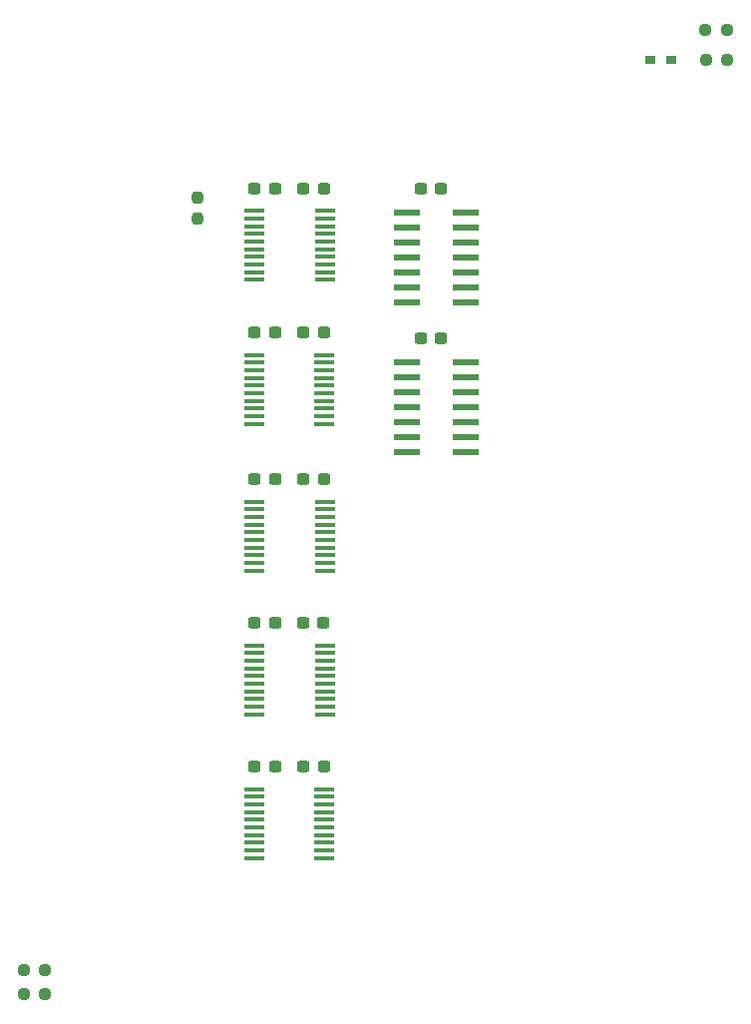
<source format=gbr>
G04 #@! TF.GenerationSoftware,KiCad,Pcbnew,8.0.4+dfsg-1*
G04 #@! TF.CreationDate,2025-03-06T11:30:57+09:00*
G04 #@! TF.ProjectId,bionic-base,62696f6e-6963-42d6-9261-73652e6b6963,14*
G04 #@! TF.SameCoordinates,Original*
G04 #@! TF.FileFunction,Paste,Top*
G04 #@! TF.FilePolarity,Positive*
%FSLAX46Y46*%
G04 Gerber Fmt 4.6, Leading zero omitted, Abs format (unit mm)*
G04 Created by KiCad (PCBNEW 8.0.4+dfsg-1) date 2025-03-06 11:30:57*
%MOMM*%
%LPD*%
G01*
G04 APERTURE LIST*
G04 Aperture macros list*
%AMRoundRect*
0 Rectangle with rounded corners*
0 $1 Rounding radius*
0 $2 $3 $4 $5 $6 $7 $8 $9 X,Y pos of 4 corners*
0 Add a 4 corners polygon primitive as box body*
4,1,4,$2,$3,$4,$5,$6,$7,$8,$9,$2,$3,0*
0 Add four circle primitives for the rounded corners*
1,1,$1+$1,$2,$3*
1,1,$1+$1,$4,$5*
1,1,$1+$1,$6,$7*
1,1,$1+$1,$8,$9*
0 Add four rect primitives between the rounded corners*
20,1,$1+$1,$2,$3,$4,$5,0*
20,1,$1+$1,$4,$5,$6,$7,0*
20,1,$1+$1,$6,$7,$8,$9,0*
20,1,$1+$1,$8,$9,$2,$3,0*%
G04 Aperture macros list end*
%ADD10RoundRect,0.237500X-0.300000X-0.237500X0.300000X-0.237500X0.300000X0.237500X-0.300000X0.237500X0*%
%ADD11R,1.761998X0.354800*%
%ADD12R,0.965200X0.762000*%
%ADD13RoundRect,0.237500X0.250000X0.237500X-0.250000X0.237500X-0.250000X-0.237500X0.250000X-0.237500X0*%
%ADD14RoundRect,0.237500X0.300000X0.237500X-0.300000X0.237500X-0.300000X-0.237500X0.300000X-0.237500X0*%
%ADD15RoundRect,0.237500X-0.250000X-0.237500X0.250000X-0.237500X0.250000X0.237500X-0.250000X0.237500X0*%
%ADD16RoundRect,0.237500X0.237500X-0.250000X0.237500X0.250000X-0.237500X0.250000X-0.237500X-0.250000X0*%
%ADD17R,2.269998X0.558000*%
G04 APERTURE END LIST*
D10*
X108765000Y-110905000D03*
X110490000Y-110905000D03*
D11*
X104556000Y-112806000D03*
X104556000Y-113456001D03*
X104556000Y-114105999D03*
X104556000Y-114756001D03*
X104556000Y-115405999D03*
X104556000Y-116055998D03*
X104556000Y-116705999D03*
X104556000Y-117355998D03*
X104556000Y-118005999D03*
X104556000Y-118655998D03*
X110498000Y-118656000D03*
X110498000Y-118006002D03*
X110498000Y-117356001D03*
X110498000Y-116706002D03*
X110498000Y-116056001D03*
X110498000Y-115406002D03*
X110498000Y-114756001D03*
X110498000Y-114106002D03*
X110498000Y-113456001D03*
X110498000Y-112806002D03*
D12*
X139976300Y-50950000D03*
X138223700Y-50950000D03*
D11*
X104624500Y-63773000D03*
X104624500Y-64423001D03*
X104624500Y-65072999D03*
X104624500Y-65723001D03*
X104624500Y-66372999D03*
X104624500Y-67022998D03*
X104624500Y-67672999D03*
X104624500Y-68322998D03*
X104624500Y-68972999D03*
X104624500Y-69622998D03*
X110566500Y-69623000D03*
X110566500Y-68973002D03*
X110566500Y-68323001D03*
X110566500Y-67673002D03*
X110566500Y-67023001D03*
X110566500Y-66373002D03*
X110566500Y-65723001D03*
X110566500Y-65073002D03*
X110566500Y-64423001D03*
X110566500Y-63773002D03*
D13*
X86824900Y-128166000D03*
X84999900Y-128166000D03*
D14*
X106334000Y-74064000D03*
X104609000Y-74064000D03*
D11*
X104624500Y-88422000D03*
X104624500Y-89072001D03*
X104624500Y-89721999D03*
X104624500Y-90372001D03*
X104624500Y-91021999D03*
X104624500Y-91671998D03*
X104624500Y-92321999D03*
X104624500Y-92971998D03*
X104624500Y-93621999D03*
X104624500Y-94271998D03*
X110566500Y-94272000D03*
X110566500Y-93622002D03*
X110566500Y-92972001D03*
X110566500Y-92322002D03*
X110566500Y-91672001D03*
X110566500Y-91022002D03*
X110566500Y-90372001D03*
X110566500Y-89722002D03*
X110566500Y-89072001D03*
X110566500Y-88422002D03*
D13*
X86824900Y-130198000D03*
X84999900Y-130198000D03*
D14*
X106334000Y-110894000D03*
X104609000Y-110894000D03*
X120456900Y-61872000D03*
X118731900Y-61872000D03*
D10*
X108721600Y-98702000D03*
X110446600Y-98702000D03*
X108765000Y-74075000D03*
X110490000Y-74075000D03*
D15*
X142886500Y-48410000D03*
X144711500Y-48410000D03*
D16*
X99730000Y-64435500D03*
X99730000Y-62610500D03*
D17*
X117510000Y-63904000D03*
X117510000Y-65174000D03*
X117510000Y-66444000D03*
X117510000Y-67714000D03*
X117510000Y-68984000D03*
X117510000Y-70254000D03*
X117510000Y-71524000D03*
X122537600Y-71524000D03*
X122537600Y-70254000D03*
X122537600Y-68984000D03*
X122537600Y-67714000D03*
X122537600Y-66444000D03*
X122537600Y-65174000D03*
X122537600Y-63904000D03*
D15*
X142910000Y-50950000D03*
X144735000Y-50950000D03*
D14*
X120456900Y-74572000D03*
X118731900Y-74572000D03*
X106334000Y-98702000D03*
X104609000Y-98702000D03*
D10*
X108765000Y-61883000D03*
X110490000Y-61883000D03*
D14*
X106334000Y-86510000D03*
X104609000Y-86510000D03*
D11*
X104556000Y-75976000D03*
X104556000Y-76626001D03*
X104556000Y-77275999D03*
X104556000Y-77926001D03*
X104556000Y-78575999D03*
X104556000Y-79225998D03*
X104556000Y-79875999D03*
X104556000Y-80525998D03*
X104556000Y-81175999D03*
X104556000Y-81825998D03*
X110498000Y-81826000D03*
X110498000Y-81176002D03*
X110498000Y-80526001D03*
X110498000Y-79876002D03*
X110498000Y-79226001D03*
X110498000Y-78576002D03*
X110498000Y-77926001D03*
X110498000Y-77276002D03*
X110498000Y-76626001D03*
X110498000Y-75976002D03*
D10*
X108765000Y-86521000D03*
X110490000Y-86521000D03*
D11*
X104624500Y-100614000D03*
X104624500Y-101264001D03*
X104624500Y-101913999D03*
X104624500Y-102564001D03*
X104624500Y-103213999D03*
X104624500Y-103863998D03*
X104624500Y-104513999D03*
X104624500Y-105163998D03*
X104624500Y-105813999D03*
X104624500Y-106463998D03*
X110566500Y-106464000D03*
X110566500Y-105814002D03*
X110566500Y-105164001D03*
X110566500Y-104514002D03*
X110566500Y-103864001D03*
X110566500Y-103214002D03*
X110566500Y-102564001D03*
X110566500Y-101914002D03*
X110566500Y-101264001D03*
X110566500Y-100614002D03*
D17*
X117510000Y-76604000D03*
X117510000Y-77874000D03*
X117510000Y-79144000D03*
X117510000Y-80414000D03*
X117510000Y-81684000D03*
X117510000Y-82954000D03*
X117510000Y-84224000D03*
X122537600Y-84224000D03*
X122537600Y-82954000D03*
X122537600Y-81684000D03*
X122537600Y-80414000D03*
X122537600Y-79144000D03*
X122537600Y-77874000D03*
X122537600Y-76604000D03*
D14*
X106334000Y-61872000D03*
X104609000Y-61872000D03*
M02*

</source>
